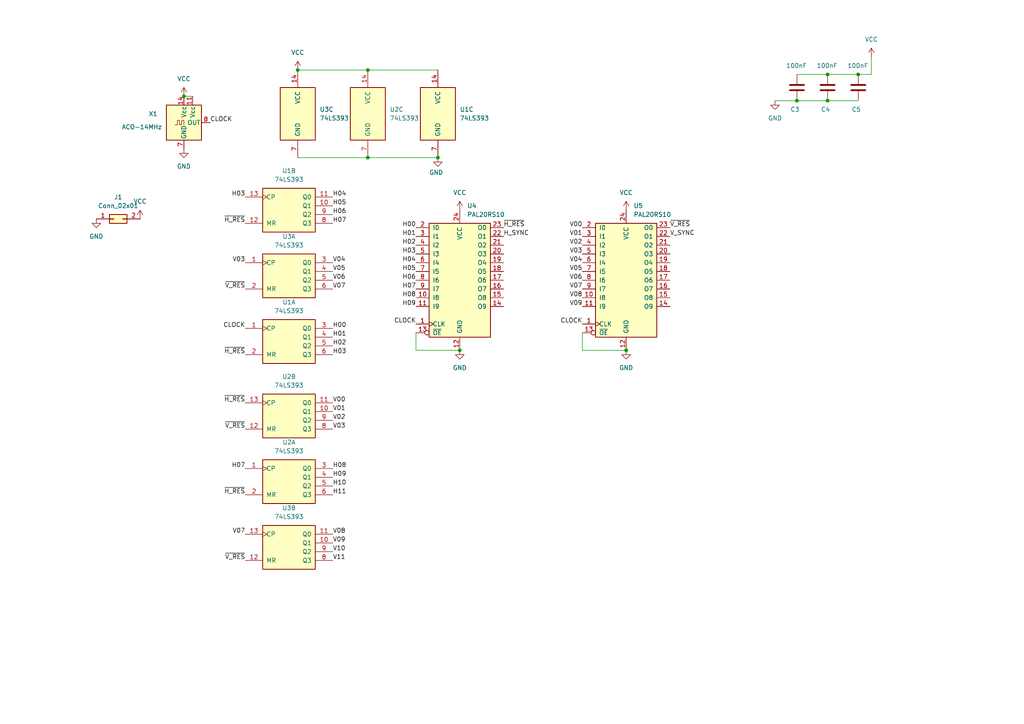
<source format=kicad_sch>
(kicad_sch (version 20250114) (generator "eeschema") (generator_version "9.0")
  (paper "A4")
  (lib_symbols
    (symbol "65xx:osci-14or8" (pin_names (offset 0.254))
      (property "Reference" "X1" (at -7.62 2.54 0))
      (property "Value" "ACO-14MHz" (at -6.35 -1.27 0))
      (symbol "osci-14or8_0_1"
        (rectangle (start -5.08 5.08) (end 5.08 -5.08) (stroke (width 0.254)) (fill (type background)))
        (polyline (pts (xy -2.54 -0.635) (xy -1.905 -0.635) (xy -1.905 0.635) (xy -1.27 0.635) (xy -1.27 -0.635) (xy -0.635 -0.635) (xy -0.635 0.635) (xy 0 0.635) (xy 0 -0.635)))
      )
      (symbol "osci-14or8_1_1"
        (pin power_in line (at 0 7.62 270) (length 2.54) (name "Vcc") (number "14"))
        (pin power_in line (at 0 -7.62 90) (length 2.54) (name "GND") (number "7"))
        (pin power_in line (at 2.54 7.62 270) (length 2.54) (name "Vcc") (number "11"))
        (pin no_connect line (at 2.54 -19.05 0) (length 2.54) (hide yes) (name "NC") (number "1"))
        (pin no_connect line (at 2.54 -21.59 0) (length 2.54) (hide yes) (name "NC") (number "2"))
        (pin no_connect line (at 2.54 -24.13 0) (length 2.54) (hide yes) (name "NC") (number "3"))
        (pin no_connect line (at 2.54 -26.67 0) (length 2.54) (hide yes) (name "NC") (number "4"))
        (pin no_connect line (at 2.54 -29.21 0) (length 2.54) (hide yes) (name "NC") (number "5"))
        (pin no_connect line (at 2.54 -31.75 0) (length 2.54) (hide yes) (name "NC") (number "6"))
        (pin no_connect line (at 2.54 -35.56 0) (length 2.54) (hide yes) (name "NC") (number "9"))
        (pin no_connect line (at 2.54 -38.1 0) (length 2.54) (hide yes) (name "NC") (number "10"))
        (pin no_connect line (at 2.54 -40.64 0) (length 2.54) (hide yes) (name "NC") (number "12"))
        (pin no_connect line (at 2.54 -43.18 0) (length 2.54) (hide yes) (name "NC") (number "13"))
        (pin output line (at 7.62 0 180) (length 2.54) (name "OUT") (number "8"))
      )
    )
    (symbol "74xx:74LS393" (pin_names (offset 1.016))
      (property "Reference" "U" (at -7.62 8.89 0))
      (property "Value" "74LS393" (at -7.62 -8.89 0))
      (symbol "74LS393_1_0"
        (pin input clock (at -12.7 2.54 0) (length 5.08) (name "CP") (number "1"))
        (pin input line (at -12.7 -5.08 0) (length 5.08) (name "MR") (number "2"))
        (pin output line (at 12.7 2.54 180) (length 5.08) (name "Q0") (number "3"))
        (pin output line (at 12.7 0 180) (length 5.08) (name "Q1") (number "4"))
        (pin output line (at 12.7 -2.54 180) (length 5.08) (name "Q2") (number "5"))
        (pin output line (at 12.7 -5.08 180) (length 5.08) (name "Q3") (number "6"))
      )
      (symbol "74LS393_1_1"
        (rectangle (start -7.62 5.08) (end 7.62 -7.62) (stroke (width 0.254)) (fill (type background)))
      )
      (symbol "74LS393_2_0"
        (pin input clock (at -12.7 2.54 0) (length 5.08) (name "CP") (number "13"))
        (pin input line (at -12.7 -5.08 0) (length 5.08) (name "MR") (number "12"))
        (pin output line (at 12.7 2.54 180) (length 5.08) (name "Q0") (number "11"))
        (pin output line (at 12.7 0 180) (length 5.08) (name "Q1") (number "10"))
        (pin output line (at 12.7 -2.54 180) (length 5.08) (name "Q2") (number "9"))
        (pin output line (at 12.7 -5.08 180) (length 5.08) (name "Q3") (number "8"))
      )
      (symbol "74LS393_2_1"
        (rectangle (start -7.62 5.08) (end 7.62 -7.62) (stroke (width 0.254)) (fill (type background)))
      )
      (symbol "74LS393_3_0"
        (pin power_in line (at 0 12.7 270) (length 5.08) (name "VCC") (number "14"))
        (pin power_in line (at 0 -12.7 90) (length 5.08) (name "GND") (number "7"))
      )
      (symbol "74LS393_3_1"
        (rectangle (start -5.08 7.62) (end 5.08 -7.62) (stroke (width 0.254)) (fill (type background)))
      )
    )
    (symbol "Connector_Generic:Conn_02x01" (pin_names (offset 1.016) (hide yes))
      (property "Reference" "J" (at 1.27 2.54 0))
      (property "Value" "Conn_02x01" (at 1.27 -2.54 0))
      (symbol "Conn_02x01_1_1"
        (rectangle (start -1.27 1.27) (end 3.81 -1.27) (stroke (width 0.254)) (fill (type background)))
        (rectangle (start -1.27 0.127) (end 0 -0.127) (stroke (width 0.1524)))
        (rectangle (start 3.81 0.127) (end 2.54 -0.127) (stroke (width 0.1524)))
        (pin passive line (at -5.08 0 0) (length 3.81) (name "Pin_1") (number "1"))
        (pin passive line (at 7.62 0 180) (length 3.81) (name "Pin_2") (number "2"))
      )
    )
    (symbol "Device:C" (pin_numbers (hide yes)) (pin_names (offset 0.254))
      (property "Reference" "C" (at 0.635 2.54 0))
      (property "Value" "C" (at 0.635 -2.54 0))
      (symbol "C_0_1"
        (polyline (pts (xy -2.032 0.762) (xy 2.032 0.762)) (stroke (width 0.508)))
        (polyline (pts (xy -2.032 -0.762) (xy 2.032 -0.762)) (stroke (width 0.508)))
      )
      (symbol "C_1_1"
        (pin passive line (at 0 3.81 270) (length 2.794) (name "~") (number "1"))
        (pin passive line (at 0 -3.81 90) (length 2.794) (name "~") (number "2"))
      )
    )
    (symbol "GND_1" (power) (pin_numbers (hide yes)) (pin_names (offset 0) (hide yes))
      (property "Value" "GND" (at 0 -3.81 0))
      (symbol "GND_1_0_1"
        (polyline (pts (xy 0 0) (xy 0 -1.27) (xy 1.27 -1.27) (xy 0 -2.54) (xy -1.27 -1.27) (xy 0 -1.27)))
      )
      (symbol "GND_1_1_1"
        (pin power_in line (at 0 0 270) (length 0) (name "~") (number "1"))
      )
    )
    (symbol "Logic_Programmable:PAL20RS10" (pin_names (offset 1.016))
      (property "Reference" "U" (at -8.89 19.05 0))
      (property "Value" "PAL20RS10" (at 5.08 19.05 0))
      (symbol "PAL20RS10_0_1"
        (rectangle (start -8.89 -16.51) (end 8.89 16.51) (stroke (width 0.254)) (fill (type background)))
      )
      (symbol "PAL20RS10_1_1"
        (pin input line (at -12.7 15.24 0) (length 3.81) (name "I0") (number "2"))
        (pin input line (at -12.7 12.7 0) (length 3.81) (name "I1") (number "3"))
        (pin input line (at -12.7 10.16 0) (length 3.81) (name "I2") (number "4"))
        (pin input line (at -12.7 7.62 0) (length 3.81) (name "I3") (number "5"))
        (pin input line (at -12.7 5.08 0) (length 3.81) (name "I4") (number "6"))
        (pin input line (at -12.7 2.54 0) (length 3.81) (name "I5") (number "7"))
        (pin input line (at -12.7 0 0) (length 3.81) (name "I6") (number "8"))
        (pin input line (at -12.7 -2.54 0) (length 3.81) (name "I7") (number "9"))
        (pin input line (at -12.7 -5.08 0) (length 3.81) (name "I8") (number "10"))
        (pin input line (at -12.7 -7.62 0) (length 3.81) (name "I9") (number "11"))
        (pin input clock (at -12.7 -12.7 0) (length 3.81) (name "CLK") (number "1"))
        (pin input inverted (at -12.7 -15.24 0) (length 3.81) (name "~{OE}") (number "13"))
        (pin power_in line (at 0 20.32 270) (length 3.81) (name "VCC") (number "24"))
        (pin power_in line (at 0 -20.32 90) (length 3.81) (name "GND") (number "12"))
        (pin output line (at 12.7 15.24 180) (length 3.81) (name "O0") (number "23"))
        (pin output line (at 12.7 12.7 180) (length 3.81) (name "O1") (number "22"))
        (pin output line (at 12.7 10.16 180) (length 3.81) (name "O2") (number "21"))
        (pin output line (at 12.7 7.62 180) (length 3.81) (name "O3") (number "20"))
        (pin output line (at 12.7 5.08 180) (length 3.81) (name "O4") (number "19"))
        (pin output line (at 12.7 2.54 180) (length 3.81) (name "O5") (number "18"))
        (pin output line (at 12.7 0 180) (length 3.81) (name "O6") (number "17"))
        (pin output line (at 12.7 -2.54 180) (length 3.81) (name "O7") (number "16"))
        (pin output line (at 12.7 -5.08 180) (length 3.81) (name "O8") (number "15"))
        (pin output line (at 12.7 -7.62 180) (length 3.81) (name "O9") (number "14"))
      )
    )
    (symbol "VCC_1" (power) (pin_numbers (hide yes)) (pin_names (offset 0) (hide yes))
      (property "Value" "VCC" (at 0 3.556 0))
      (symbol "VCC_1_0_1"
        (polyline (pts (xy -0.762 1.27) (xy 0 2.54)))
        (polyline (pts (xy 0 2.54) (xy 0.762 1.27)))
        (polyline (pts (xy 0 0) (xy 0 2.54)))
      )
      (symbol "VCC_1_1_1"
        (pin power_in line (at 0 0 90) (length 0) (name "~") (number "1"))
      )
    )
    (symbol "power:GND" (power) (pin_names (offset 0))
      (property "Value" "GND" (at 0 -3.81 0))
      (symbol "GND_0_1"
        (polyline (pts (xy 0 0) (xy 0 -1.27) (xy 1.27 -1.27) (xy 0 -2.54) (xy -1.27 -1.27) (xy 0 -1.27)))
      )
      (symbol "GND_1_1"
        (pin power_in line (at 0 0 270) (length 0) (hide yes) (name "GND") (number "1"))
      )
    )
    (symbol "power:VCC" (power) (pin_names (offset 0))
      (property "Value" "VCC" (at 0 3.81 0))
      (symbol "VCC_0_1"
        (polyline (pts (xy -0.762 1.27) (xy 0 2.54)))
        (polyline (pts (xy 0 2.54) (xy 0.762 1.27)))
        (polyline (pts (xy 0 0) (xy 0 2.54)))
      )
      (symbol "VCC_1_1"
        (pin power_in line (at 0 0 90) (length 0) (hide yes) (name "VCC") (number "1"))
      )
    )
  )
  (junction (at 86.36 20.32))
  (junction (at 248.92 21.59))
  (junction (at 240.03 29.21))
  (junction (at 127 45.72))
  (junction (at 133.35 101.6))
  (junction (at 106.68 20.32))
  (junction (at 53.34 27.94))
  (junction (at 231.14 29.21))
  (junction (at 106.68 45.72))
  (junction (at 240.03 21.59))
  (junction (at 181.61 101.6))
  (wire (pts (xy 252.73 16.51) (xy 252.73 21.59)))
  (wire (pts (xy 168.91 101.6) (xy 181.61 101.6)))
  (wire (pts (xy 240.03 29.21) (xy 248.92 29.21)))
  (wire (pts (xy 86.36 20.32) (xy 106.68 20.32)))
  (wire (pts (xy 224.79 29.21) (xy 231.14 29.21)))
  (wire (pts (xy 248.92 21.59) (xy 240.03 21.59)))
  (wire (pts (xy 120.65 96.52) (xy 120.65 101.6)))
  (wire (pts (xy 106.68 20.32) (xy 127 20.32)))
  (wire (pts (xy 53.34 27.94) (xy 55.88 27.94)))
  (wire (pts (xy 106.68 45.72) (xy 127 45.72)))
  (wire (pts (xy 168.91 96.52) (xy 168.91 101.6)))
  (wire (pts (xy 86.36 45.72) (xy 106.68 45.72)))
  (wire (pts (xy 252.73 21.59) (xy 248.92 21.59)))
  (wire (pts (xy 120.65 101.6) (xy 133.35 101.6)))
  (wire (pts (xy 240.03 21.59) (xy 231.14 21.59)))
  (wire (pts (xy 231.14 29.21) (xy 240.03 29.21)))
  (label "~{V_RES}" (at 71.12 124.46 180))
  (label "H08" (at 96.52 135.89 0))
  (label "H04" (at 120.65 76.2 180))
  (label "H05" (at 120.65 78.74 180))
  (label "~{H_RES}" (at 71.12 64.77 180))
  (label "V_SYNC" (at 194.31 68.58 0))
  (label "H01" (at 120.65 68.58 180))
  (label "H03" (at 71.12 57.15 180))
  (label "H06" (at 96.52 62.23 0))
  (label "H00" (at 120.65 66.04 180))
  (label "V08" (at 168.91 86.36 180))
  (label "H02" (at 96.52 100.33 0))
  (label "CLOCK" (at 120.65 93.98 180))
  (label "V09" (at 96.52 157.48 0))
  (label "V03" (at 71.12 76.2 180))
  (label "~{V_RES}" (at 71.12 83.82 180))
  (label "H10" (at 96.52 140.97 0))
  (label "~{H_RES}" (at 71.12 102.87 180))
  (label "V04" (at 168.91 76.2 180))
  (label "V02" (at 96.52 121.92 0))
  (label "H02" (at 120.65 71.12 180))
  (label "H09" (at 96.52 138.43 0))
  (label "V07" (at 168.91 83.82 180))
  (label "V07" (at 71.12 154.94 180))
  (label "V00" (at 168.91 66.04 180))
  (label "H09" (at 120.65 88.9 180))
  (label "H00" (at 96.52 95.25 0))
  (label "~{H_RES}" (at 71.12 116.84 180))
  (label "V10" (at 96.52 160.02 0))
  (label "~{H_RES}" (at 71.12 143.51 180))
  (label "V01" (at 96.52 119.38 0))
  (label "CLOCK" (at 168.91 93.98 180))
  (label "H03" (at 120.65 73.66 180))
  (label "V08" (at 96.52 154.94 0))
  (label "~{H_RES}" (at 146.05 66.04 0))
  (label "V00" (at 96.52 116.84 0))
  (label "V03" (at 96.52 124.46 0))
  (label "V09" (at 168.91 88.9 180))
  (label "CLOCK" (at 71.12 95.25 180))
  (label "H11" (at 96.52 143.51 0))
  (label "CLOCK" (at 60.96 35.56 0))
  (label "V01" (at 168.91 68.58 180))
  (label "H07" (at 71.12 135.89 180))
  (label "V04" (at 96.52 76.2 0))
  (label "H08" (at 120.65 86.36 180))
  (label "V06" (at 96.52 81.28 0))
  (label "H01" (at 96.52 97.79 0))
  (label "H04" (at 96.52 57.15 0))
  (label "H07" (at 96.52 64.77 0))
  (label "V07" (at 96.52 83.82 0))
  (label "H_SYNC" (at 146.05 68.58 0))
  (label "~{V_RES}" (at 194.31 66.04 0))
  (label "V11" (at 96.52 162.56 0))
  (label "V05" (at 96.52 78.74 0))
  (label "V06" (at 168.91 81.28 180))
  (label "~{V_RES}" (at 71.12 162.56 180))
  (label "H05" (at 96.52 59.69 0))
  (label "V05" (at 168.91 78.74 180))
  (label "V02" (at 168.91 71.12 180))
  (label "H03" (at 96.52 102.87 0))
  (label "V03" (at 168.91 73.66 180))
  (label "H06" (at 120.65 81.28 180))
  (label "H07" (at 120.65 83.82 180))
  (symbol (lib_id "74xx:74LS393") (at 106.68 33.02 0) (unit 3)
    (property "Reference" "U2" (at 113.03 31.7499 0) (effects (justify left)))
    (property "Value" "74LS393" (at 113.03 34.2899 0) (effects (justify left)))
    (property "Footprint" "Package_SO:SOIC-14_3.9x8.7mm_P1.27mm" (effects (hide yes)))
    (property "Datasheet" "74xx\\74LS393.pdf" (effects (hide yes)))
    (property "Description" "Dual BCD 4-bit counter" (effects (hide yes)))
  )
  (symbol (lib_id "Device:C") (at 240.03 25.4 0) (unit 1)
    (property "Reference" "C4" (at 238.125 31.75 0) (effects (justify left)))
    (property "Value" "100nF" (at 236.855 19.05 0) (effects (justify left)))
    (property "Footprint" "Capacitor_SMD:C_0805_2012Metric_Pad1.18x1.45mm_HandSolder" (effects (hide yes)))
  )
  (symbol (lib_id "power:VCC") (at 53.34 27.94 0) (unit 1)
    (property "Reference" "#PWR022" (effects (hide yes)))
    (property "Value" "VCC" (at 53.34 22.86 0))
  )
  (symbol (lib_id "74xx:74LS393") (at 83.82 138.43 0) (unit 1)
    (property "Reference" "U2" (at 83.82 128.27 0))
    (property "Value" "74LS393" (at 83.82 130.81 0))
    (property "Footprint" "Package_SO:SOIC-14_3.9x8.7mm_P1.27mm" (effects (hide yes)))
    (property "Datasheet" "74xx\\74LS393.pdf" (effects (hide yes)))
    (property "Description" "Dual BCD 4-bit counter" (effects (hide yes)))
  )
  (symbol (lib_id "power:GND") (at 27.94 63.5 0) (unit 1)
    (property "Reference" "#PWR031" (effects (hide yes)))
    (property "Value" "GND" (at 27.94 68.58 0))
  )
  (symbol (lib_name "VCC_1") (lib_id "power:VCC") (at 86.36 20.32 0) (unit 1)
    (property "Reference" "#PWR04" (effects (hide yes)))
    (property "Value" "VCC" (at 86.36 15.24 0))
    (property "Description" "Power symbol creates a global label with name \"VCC\"" (effects (hide yes)))
  )
  (symbol (lib_id "74xx:74LS393") (at 83.82 78.74 0) (unit 1)
    (property "Reference" "U3" (at 83.82 68.58 0))
    (property "Value" "74LS393" (at 83.82 71.12 0))
    (property "Footprint" "Package_SO:SOIC-14_3.9x8.7mm_P1.27mm" (effects (hide yes)))
    (property "Datasheet" "74xx\\74LS393.pdf" (effects (hide yes)))
    (property "Description" "Dual BCD 4-bit counter" (effects (hide yes)))
  )
  (symbol (lib_name "GND_1") (lib_id "power:GND") (at 127 45.72 0) (unit 1)
    (property "Reference" "#PWR03" (effects (hide yes)))
    (property "Value" "GND" (at 126.492 50.038 0))
    (property "Description" "Power symbol creates a global label with name \"GND\" , ground" (effects (hide yes)))
  )
  (symbol (lib_id "65xx:osci-14or8") (at 53.34 35.56 0) (unit 1)
    (property "Reference" "X1" (at 45.72 33.02 0) (effects (justify right)))
    (property "Value" "ACO-14MHz" (at 46.99 36.83 0) (effects (justify right)))
    (property "Footprint" "Package_DIP:DIP-14_W7.62mm_Socket" (effects (hide yes)))
    (property "Datasheet" "http://www.conwin.com/datasheets/cx/cx030.pdf" (effects (hide yes)))
  )
  (symbol (lib_id "74xx:74LS393") (at 83.82 97.79 0) (unit 1)
    (property "Reference" "U1" (at 83.82 87.63 0))
    (property "Value" "74LS393" (at 83.82 90.17 0))
    (property "Footprint" "Package_SO:SOIC-14_3.9x8.7mm_P1.27mm" (effects (hide yes)))
    (property "Datasheet" "74xx\\74LS393.pdf" (effects (hide yes)))
    (property "Description" "Dual BCD 4-bit counter" (effects (hide yes)))
  )
  (symbol (lib_id "Device:C") (at 248.92 25.4 0) (unit 1)
    (property "Reference" "C5" (at 247.015 31.75 0) (effects (justify left)))
    (property "Value" "100nF" (at 245.745 19.05 0) (effects (justify left)))
    (property "Footprint" "Capacitor_SMD:C_0805_2012Metric_Pad1.18x1.45mm_HandSolder" (effects (hide yes)))
  )
  (symbol (lib_id "Device:C") (at 231.14 25.4 0) (unit 1)
    (property "Reference" "C3" (at 229.235 31.75 0) (effects (justify left)))
    (property "Value" "100nF" (at 227.965 19.05 0) (effects (justify left)))
    (property "Footprint" "Capacitor_SMD:C_0805_2012Metric_Pad1.18x1.45mm_HandSolder" (effects (hide yes)))
  )
  (symbol (lib_id "power:VCC") (at 40.64 63.5 0) (unit 1)
    (property "Reference" "#PWR032" (effects (hide yes)))
    (property "Value" "VCC" (at 40.64 58.42 0))
  )
  (symbol (lib_id "Logic_Programmable:PAL20RS10") (at 133.35 81.28 0) (unit 1)
    (property "Reference" "U4" (at 135.4933 59.69 0) (effects (justify left)))
    (property "Value" "PAL20RS10" (at 135.4933 62.23 0) (effects (justify left)))
    (property "Footprint" "Package_DIP:DIP-24_W7.62mm_Socket" (effects (hide yes)))
    (property "Description" "Programmable Logic Array, DIP-24 (Narrow)" (effects (hide yes)))
  )
  (symbol (lib_name "GND_1") (lib_id "power:GND") (at 181.61 101.6 0) (unit 1)
    (property "Reference" "#PWR02" (effects (hide yes)))
    (property "Value" "GND" (at 181.61 106.68 0))
    (property "Description" "Power symbol creates a global label with name \"GND\" , ground" (effects (hide yes)))
  )
  (symbol (lib_id "74xx:74LS393") (at 86.36 33.02 0) (unit 3)
    (property "Reference" "U3" (at 92.71 31.7499 0) (effects (justify left)))
    (property "Value" "74LS393" (at 92.71 34.2899 0) (effects (justify left)))
    (property "Footprint" "Package_SO:SOIC-14_3.9x8.7mm_P1.27mm" (effects (hide yes)))
    (property "Datasheet" "74xx\\74LS393.pdf" (effects (hide yes)))
    (property "Description" "Dual BCD 4-bit counter" (effects (hide yes)))
  )
  (symbol (lib_name "VCC_1") (lib_id "power:VCC") (at 181.61 60.96 0) (unit 1)
    (property "Reference" "#PWR06" (effects (hide yes)))
    (property "Value" "VCC" (at 181.61 55.88 0))
    (property "Description" "Power symbol creates a global label with name \"VCC\"" (effects (hide yes)))
  )
  (symbol (lib_name "GND_1") (lib_id "power:GND") (at 133.35 101.6 0) (unit 1)
    (property "Reference" "#PWR01" (effects (hide yes)))
    (property "Value" "GND" (at 133.35 106.68 0))
    (property "Description" "Power symbol creates a global label with name \"GND\" , ground" (effects (hide yes)))
  )
  (symbol (lib_id "power:GND") (at 53.34 43.18 0) (unit 1)
    (property "Reference" "#PWR021" (effects (hide yes)))
    (property "Value" "GND" (at 53.34 48.26 0))
  )
  (symbol (lib_id "74xx:74LS393") (at 83.82 119.38 0) (unit 2)
    (property "Reference" "U2" (at 83.82 109.22 0))
    (property "Value" "74LS393" (at 83.82 111.76 0))
    (property "Footprint" "Package_SO:SOIC-14_3.9x8.7mm_P1.27mm" (effects (hide yes)))
    (property "Datasheet" "74xx\\74LS393.pdf" (effects (hide yes)))
    (property "Description" "Dual BCD 4-bit counter" (effects (hide yes)))
  )
  (symbol (lib_id "74xx:74LS393") (at 83.82 157.48 0) (unit 2)
    (property "Reference" "U3" (at 83.82 147.32 0))
    (property "Value" "74LS393" (at 83.82 149.86 0))
    (property "Footprint" "Package_SO:SOIC-14_3.9x8.7mm_P1.27mm" (effects (hide yes)))
    (property "Datasheet" "74xx\\74LS393.pdf" (effects (hide yes)))
    (property "Description" "Dual BCD 4-bit counter" (effects (hide yes)))
  )
  (symbol (lib_id "74xx:74LS393") (at 127 33.02 0) (unit 3)
    (property "Reference" "U1" (at 133.35 31.7499 0) (effects (justify left)))
    (property "Value" "74LS393" (at 133.35 34.2899 0) (effects (justify left)))
    (property "Footprint" "Package_SO:SOIC-14_3.9x8.7mm_P1.27mm" (effects (hide yes)))
    (property "Datasheet" "74xx\\74LS393.pdf" (effects (hide yes)))
    (property "Description" "Dual BCD 4-bit counter" (effects (hide yes)))
  )
  (symbol (lib_name "VCC_1") (lib_id "power:VCC") (at 133.35 60.96 0) (unit 1)
    (property "Reference" "#PWR05" (effects (hide yes)))
    (property "Value" "VCC" (at 133.35 55.88 0))
    (property "Description" "Power symbol creates a global label with name \"VCC\"" (effects (hide yes)))
  )
  (symbol (lib_id "Connector_Generic:Conn_02x01") (at 33.02 63.5 0) (unit 1)
    (property "Reference" "J1" (at 34.29 57.15 0))
    (property "Value" "Conn_02x01" (at 34.29 59.69 0))
    (property "Footprint" "Connector_PinSocket_1.27mm:PinSocket_2x01_P1.27mm_Vertical" (effects (hide yes)))
    (property "Description" "Generic connector, double row, 02x01, this symbol is compatible with counter-clockwise, top-bottom and odd-even numbering schemes., script generated (kicad-library-utils/schlib/autogen/connector/)" (effects (hide yes)))
  )
  (symbol (lib_id "power:VCC") (at 252.73 16.51 0) (unit 1)
    (property "Reference" "#PWR040" (effects (hide yes)))
    (property "Value" "VCC" (at 252.73 11.43 0))
  )
  (symbol (lib_id "74xx:74LS393") (at 83.82 59.69 0) (unit 2)
    (property "Reference" "U1" (at 83.82 49.53 0))
    (property "Value" "74LS393" (at 83.82 52.07 0))
    (property "Footprint" "Package_SO:SOIC-14_3.9x8.7mm_P1.27mm" (effects (hide yes)))
    (property "Datasheet" "74xx\\74LS393.pdf" (effects (hide yes)))
    (property "Description" "Dual BCD 4-bit counter" (effects (hide yes)))
  )
  (symbol (lib_id "power:GND") (at 224.79 29.21 0) (unit 1)
    (property "Reference" "#PWR023" (effects (hide yes)))
    (property "Value" "GND" (at 224.79 34.29 0))
  )
  (symbol (lib_id "Logic_Programmable:PAL20RS10") (at 181.61 81.28 0) (unit 1)
    (property "Reference" "U5" (at 183.7533 59.69 0) (effects (justify left)))
    (property "Value" "PAL20RS10" (at 183.7533 62.23 0) (effects (justify left)))
    (property "Footprint" "Package_DIP:DIP-24_W7.62mm_Socket" (effects (hide yes)))
    (property "Description" "Programmable Logic Array, DIP-24 (Narrow)" (effects (hide yes)))
  )
)
</source>
